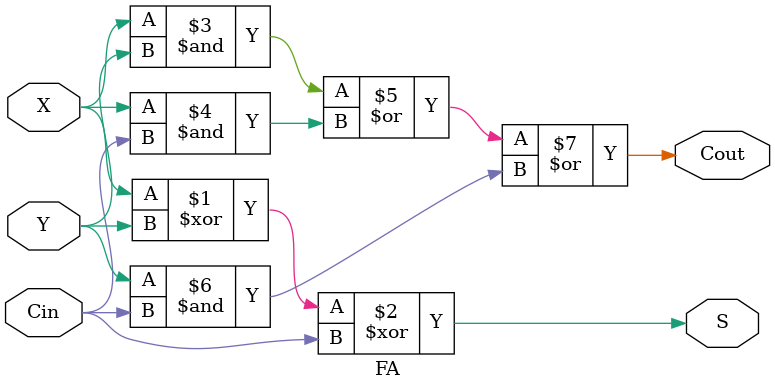
<source format=v>
module FA (X, Y, Cin, Cout, S);
	input Cin, X, Y;
	output Cout, S;
	
	assign S = (X ^ Y) ^ Cin;
	
	assign Cout = (X & Y) | (X & Cin) | (Y & Cin);
	
endmodule
</source>
